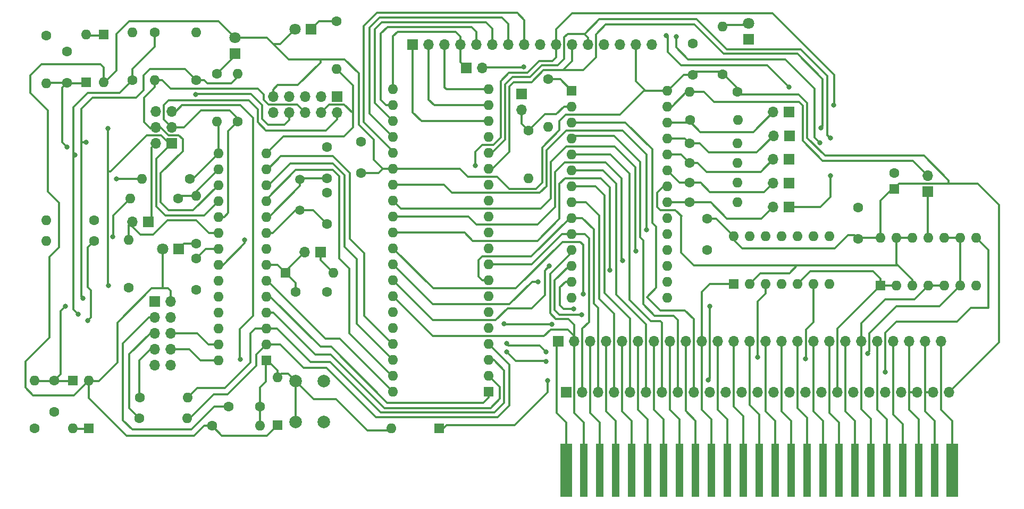
<source format=gbr>
G04 #@! TF.GenerationSoftware,KiCad,Pcbnew,(6.0.2)*
G04 #@! TF.CreationDate,2022-06-16T23:24:29-05:00*
G04 #@! TF.ProjectId,Apple2Card,4170706c-6532-4436-9172-642e6b696361,rev?*
G04 #@! TF.SameCoordinates,Original*
G04 #@! TF.FileFunction,Copper,L2,Bot*
G04 #@! TF.FilePolarity,Positive*
%FSLAX46Y46*%
G04 Gerber Fmt 4.6, Leading zero omitted, Abs format (unit mm)*
G04 Created by KiCad (PCBNEW (6.0.2)) date 2022-06-16 23:24:29*
%MOMM*%
%LPD*%
G01*
G04 APERTURE LIST*
G04 #@! TA.AperFunction,ComponentPad*
%ADD10C,1.600000*%
G04 #@! TD*
G04 #@! TA.AperFunction,ComponentPad*
%ADD11O,1.600000X1.600000*%
G04 #@! TD*
G04 #@! TA.AperFunction,ComponentPad*
%ADD12R,1.700000X1.700000*%
G04 #@! TD*
G04 #@! TA.AperFunction,ComponentPad*
%ADD13O,1.700000X1.700000*%
G04 #@! TD*
G04 #@! TA.AperFunction,ComponentPad*
%ADD14R,1.600000X1.600000*%
G04 #@! TD*
G04 #@! TA.AperFunction,ComponentPad*
%ADD15R,1.800000X1.800000*%
G04 #@! TD*
G04 #@! TA.AperFunction,ComponentPad*
%ADD16C,1.800000*%
G04 #@! TD*
G04 #@! TA.AperFunction,SMDPad,CuDef*
%ADD17R,1.910000X8.530000*%
G04 #@! TD*
G04 #@! TA.AperFunction,SMDPad,CuDef*
%ADD18R,1.270000X8.530000*%
G04 #@! TD*
G04 #@! TA.AperFunction,ComponentPad*
%ADD19C,1.500000*%
G04 #@! TD*
G04 #@! TA.AperFunction,ComponentPad*
%ADD20C,2.000000*%
G04 #@! TD*
G04 #@! TA.AperFunction,ViaPad*
%ADD21C,0.800000*%
G04 #@! TD*
G04 #@! TA.AperFunction,Conductor*
%ADD22C,0.350000*%
G04 #@! TD*
G04 APERTURE END LIST*
D10*
X82310000Y-59830000D03*
X82310000Y-54830000D03*
X114410000Y-44910000D03*
D11*
X114410000Y-52530000D03*
D12*
X178010000Y-54640000D03*
D13*
X178010000Y-52100000D03*
D10*
X64770000Y-35814000D03*
D11*
X64770000Y-43434000D03*
D10*
X61468000Y-36830000D03*
D11*
X61468000Y-29210000D03*
D14*
X100190000Y-92370000D03*
D11*
X92570000Y-92370000D03*
D10*
X52430000Y-90790000D03*
D11*
X60050000Y-90790000D03*
D10*
X52480000Y-87520000D03*
D11*
X60100000Y-87520000D03*
D15*
X67650000Y-32585000D03*
D16*
X67650000Y-30045000D03*
D14*
X41790000Y-84750000D03*
D11*
X41790000Y-92370000D03*
D10*
X140520000Y-35990000D03*
X140520000Y-30990000D03*
D15*
X79761000Y-28702000D03*
D16*
X77221000Y-28702000D03*
D14*
X75692000Y-67564000D03*
D11*
X83312000Y-67564000D03*
D10*
X142810000Y-58930000D03*
X142810000Y-63930000D03*
D12*
X53848000Y-59436000D03*
D13*
X51308000Y-59436000D03*
D10*
X77340000Y-70610000D03*
X82340000Y-70610000D03*
D12*
X104445000Y-34860000D03*
D13*
X106985000Y-34860000D03*
D10*
X40894000Y-37300000D03*
X40894000Y-32300000D03*
X140100000Y-43220000D03*
D11*
X147720000Y-43220000D03*
D12*
X155920000Y-45720000D03*
D13*
X153380000Y-45720000D03*
D15*
X58674000Y-63754000D03*
D16*
X56134000Y-63754000D03*
D10*
X140050000Y-56310000D03*
D11*
X147670000Y-56310000D03*
D17*
X181864000Y-99060000D03*
D18*
X179070000Y-99060000D03*
X176530000Y-99060000D03*
X173990000Y-99060000D03*
X171450000Y-99060000D03*
X168910000Y-99060000D03*
X166370000Y-99060000D03*
X163830000Y-99060000D03*
X161290000Y-99060000D03*
X158750000Y-99060000D03*
X156210000Y-99060000D03*
X153670000Y-99060000D03*
X151130000Y-99060000D03*
X148590000Y-99060000D03*
X146050000Y-99060000D03*
X143510000Y-99060000D03*
X140970000Y-99060000D03*
X138430000Y-99060000D03*
X135890000Y-99060000D03*
X133350000Y-99060000D03*
X130810000Y-99060000D03*
X128270000Y-99060000D03*
X125730000Y-99060000D03*
X123190000Y-99060000D03*
D17*
X120396000Y-99060000D03*
D10*
X45212000Y-62484000D03*
D11*
X37592000Y-62484000D03*
D12*
X155885000Y-41970000D03*
D13*
X153345000Y-41970000D03*
D14*
X46736000Y-29560000D03*
D11*
X46736000Y-37180000D03*
D14*
X72640000Y-81530000D03*
D11*
X72640000Y-78990000D03*
X72640000Y-76450000D03*
X72640000Y-73910000D03*
X72640000Y-71370000D03*
X72640000Y-68830000D03*
X72640000Y-66290000D03*
X72640000Y-63750000D03*
X72640000Y-61210000D03*
X72640000Y-58670000D03*
X72640000Y-56130000D03*
X72640000Y-53590000D03*
X72640000Y-51050000D03*
X72640000Y-48510000D03*
X65020000Y-48510000D03*
X65020000Y-51050000D03*
X65020000Y-53590000D03*
X65020000Y-56130000D03*
X65020000Y-58670000D03*
X65020000Y-61210000D03*
X65020000Y-63750000D03*
X65020000Y-66290000D03*
X65020000Y-68830000D03*
X65020000Y-71370000D03*
X65020000Y-73910000D03*
X65020000Y-76450000D03*
X65020000Y-78990000D03*
X65020000Y-81530000D03*
D19*
X77960000Y-52720000D03*
X77960000Y-57600000D03*
D12*
X54864000Y-72136000D03*
D13*
X57404000Y-72136000D03*
X54864000Y-74676000D03*
X57404000Y-74676000D03*
X54864000Y-77216000D03*
X57404000Y-77216000D03*
X54864000Y-79756000D03*
X57404000Y-79756000D03*
X54864000Y-82296000D03*
X57404000Y-82296000D03*
D10*
X61480000Y-62900000D03*
D11*
X61480000Y-55280000D03*
D12*
X120396000Y-86614000D03*
D13*
X122936000Y-86614000D03*
X125476000Y-86614000D03*
X128016000Y-86614000D03*
X130556000Y-86614000D03*
X133096000Y-86614000D03*
X135636000Y-86614000D03*
X138176000Y-86614000D03*
X140716000Y-86614000D03*
X143256000Y-86614000D03*
X145796000Y-86614000D03*
X148336000Y-86614000D03*
X150876000Y-86614000D03*
X153416000Y-86614000D03*
X155956000Y-86614000D03*
X158496000Y-86614000D03*
X161036000Y-86614000D03*
X163576000Y-86614000D03*
X166116000Y-86614000D03*
X168656000Y-86614000D03*
X171196000Y-86614000D03*
X173736000Y-86614000D03*
X176276000Y-86614000D03*
X178816000Y-86614000D03*
X181356000Y-86614000D03*
D10*
X83820000Y-27432000D03*
D11*
X83820000Y-35052000D03*
D12*
X119130000Y-78510000D03*
D13*
X121670000Y-78510000D03*
X124210000Y-78510000D03*
X126750000Y-78510000D03*
X129290000Y-78510000D03*
X131830000Y-78510000D03*
X134370000Y-78510000D03*
X136910000Y-78510000D03*
X139450000Y-78510000D03*
X141990000Y-78510000D03*
X144530000Y-78510000D03*
X147070000Y-78510000D03*
X149610000Y-78510000D03*
X152150000Y-78510000D03*
X154690000Y-78510000D03*
X157230000Y-78510000D03*
X159770000Y-78510000D03*
X162310000Y-78510000D03*
X164850000Y-78510000D03*
X167390000Y-78510000D03*
X169930000Y-78510000D03*
X172470000Y-78510000D03*
X175010000Y-78510000D03*
X177550000Y-78510000D03*
X180090000Y-78510000D03*
D10*
X51308000Y-36830000D03*
D11*
X51308000Y-29210000D03*
D12*
X155900000Y-53240000D03*
D13*
X153360000Y-53240000D03*
D10*
X140060000Y-50050000D03*
D11*
X147680000Y-50050000D03*
D10*
X117480000Y-36720000D03*
D11*
X117480000Y-44340000D03*
D14*
X147066000Y-69342000D03*
D11*
X149606000Y-69342000D03*
X152146000Y-69342000D03*
X154686000Y-69342000D03*
X157226000Y-69342000D03*
X159766000Y-69342000D03*
X162306000Y-69342000D03*
X162306000Y-61722000D03*
X159766000Y-61722000D03*
X157226000Y-61722000D03*
X154686000Y-61722000D03*
X152146000Y-61722000D03*
X149606000Y-61722000D03*
X147066000Y-61722000D03*
D10*
X64000000Y-92000000D03*
D11*
X71620000Y-92000000D03*
D14*
X108080000Y-86580000D03*
D11*
X108080000Y-84040000D03*
X108080000Y-81500000D03*
X108080000Y-78960000D03*
X108080000Y-76420000D03*
X108080000Y-73880000D03*
X108080000Y-71340000D03*
X108080000Y-68800000D03*
X108080000Y-66260000D03*
X108080000Y-63720000D03*
X108080000Y-61180000D03*
X108080000Y-58640000D03*
X108080000Y-56100000D03*
X108080000Y-53560000D03*
X108080000Y-51020000D03*
X108080000Y-48480000D03*
X108080000Y-45940000D03*
X108080000Y-43400000D03*
X108080000Y-40860000D03*
X108080000Y-38320000D03*
X92840000Y-38320000D03*
X92840000Y-40860000D03*
X92840000Y-43400000D03*
X92840000Y-45940000D03*
X92840000Y-48480000D03*
X92840000Y-51020000D03*
X92840000Y-53560000D03*
X92840000Y-56100000D03*
X92840000Y-58640000D03*
X92840000Y-61180000D03*
X92840000Y-63720000D03*
X92840000Y-66260000D03*
X92840000Y-68800000D03*
X92840000Y-71340000D03*
X92840000Y-73880000D03*
X92840000Y-76420000D03*
X92840000Y-78960000D03*
X92840000Y-81500000D03*
X92840000Y-84040000D03*
X92840000Y-86580000D03*
D10*
X37592000Y-29718000D03*
D11*
X37592000Y-37338000D03*
D10*
X38880000Y-84740000D03*
X38880000Y-89740000D03*
D14*
X74460000Y-91880000D03*
D11*
X74460000Y-84260000D03*
D14*
X170429000Y-69586000D03*
D11*
X172969000Y-69586000D03*
X175509000Y-69586000D03*
X178049000Y-69586000D03*
X180589000Y-69586000D03*
X183129000Y-69586000D03*
X185669000Y-69586000D03*
X185669000Y-61966000D03*
X183129000Y-61966000D03*
X180589000Y-61966000D03*
X178049000Y-61966000D03*
X175509000Y-61966000D03*
X172969000Y-61966000D03*
X170429000Y-61966000D03*
D10*
X140060000Y-46890000D03*
D11*
X147680000Y-46890000D03*
D12*
X81280000Y-64262000D03*
D13*
X78740000Y-64262000D03*
D10*
X140060000Y-53210000D03*
D11*
X147680000Y-53210000D03*
D12*
X155910000Y-49490000D03*
D13*
X153370000Y-49490000D03*
D10*
X50750000Y-69920000D03*
D11*
X50750000Y-62300000D03*
D10*
X66600000Y-88900000D03*
X71600000Y-88900000D03*
X82340000Y-52550000D03*
X82340000Y-47550000D03*
X145260000Y-35960000D03*
D11*
X145260000Y-28340000D03*
D20*
X77320000Y-84880000D03*
X77320000Y-91380000D03*
X81820000Y-91380000D03*
X81820000Y-84880000D03*
D10*
X68072000Y-43434000D03*
D11*
X68072000Y-35814000D03*
D10*
X147630000Y-38740000D03*
D11*
X140010000Y-38740000D03*
D14*
X121235000Y-38515000D03*
D11*
X121235000Y-41055000D03*
X121235000Y-43595000D03*
X121235000Y-46135000D03*
X121235000Y-48675000D03*
X121235000Y-51215000D03*
X121235000Y-53755000D03*
X121235000Y-56295000D03*
X121235000Y-58835000D03*
X121235000Y-61375000D03*
X121235000Y-63915000D03*
X121235000Y-66455000D03*
X121235000Y-68995000D03*
X121235000Y-71535000D03*
X136475000Y-71535000D03*
X136475000Y-68995000D03*
X136475000Y-66455000D03*
X136475000Y-63915000D03*
X136475000Y-61375000D03*
X136475000Y-58835000D03*
X136475000Y-56295000D03*
X136475000Y-53755000D03*
X136475000Y-51215000D03*
X136475000Y-48675000D03*
X136475000Y-46135000D03*
X136475000Y-43595000D03*
X136475000Y-41055000D03*
X136475000Y-38515000D03*
D14*
X44380000Y-92370000D03*
D11*
X44380000Y-84750000D03*
D10*
X58630000Y-55720000D03*
D11*
X51010000Y-55720000D03*
D15*
X149410000Y-30290000D03*
D16*
X149410000Y-27750000D03*
D10*
X45212000Y-59182000D03*
D11*
X37592000Y-59182000D03*
D10*
X54864000Y-29210000D03*
D11*
X54864000Y-36830000D03*
D12*
X113330000Y-39070000D03*
D13*
X113330000Y-41610000D03*
D12*
X155865000Y-57070000D03*
D13*
X153325000Y-57070000D03*
D12*
X95970000Y-31210000D03*
D13*
X98510000Y-31210000D03*
X101050000Y-31210000D03*
X103590000Y-31210000D03*
X106130000Y-31210000D03*
X108670000Y-31210000D03*
X111210000Y-31210000D03*
X113750000Y-31210000D03*
X116290000Y-31210000D03*
X118830000Y-31210000D03*
X121370000Y-31210000D03*
X123910000Y-31210000D03*
X126450000Y-31210000D03*
X128990000Y-31210000D03*
X131530000Y-31210000D03*
X134070000Y-31210000D03*
D12*
X57605000Y-46895000D03*
D13*
X55065000Y-46895000D03*
X57605000Y-44355000D03*
X55065000Y-44355000D03*
X57605000Y-41815000D03*
X55065000Y-41815000D03*
D10*
X166920000Y-62150000D03*
X166920000Y-57150000D03*
X35750000Y-92380000D03*
D11*
X35750000Y-84760000D03*
D12*
X83900000Y-39480000D03*
D13*
X83900000Y-42020000D03*
X81360000Y-39480000D03*
X81360000Y-42020000D03*
X78820000Y-39480000D03*
X78820000Y-42020000D03*
X76280000Y-39480000D03*
X76280000Y-42020000D03*
X73740000Y-39480000D03*
X73740000Y-42020000D03*
D10*
X87730000Y-51700000D03*
X87730000Y-46700000D03*
D14*
X172620000Y-54190000D03*
D10*
X172620000Y-51690000D03*
X60420000Y-52570000D03*
D11*
X52800000Y-52570000D03*
D10*
X61468000Y-65278000D03*
X61468000Y-70278000D03*
D14*
X43942000Y-37200000D03*
D11*
X43942000Y-29580000D03*
D21*
X143256000Y-72898000D03*
X143000000Y-84680000D03*
X69210000Y-62360000D03*
X133200000Y-60710000D03*
X131500000Y-64080000D03*
X129410000Y-65670000D03*
X127380000Y-67130000D03*
X123140000Y-71000000D03*
X121570000Y-73350000D03*
X115890000Y-69020000D03*
X117730000Y-66460000D03*
X122820000Y-74280000D03*
X68480000Y-81390000D03*
X40640000Y-72898000D03*
X40894000Y-47498000D03*
X171200000Y-83390000D03*
X117450000Y-84810000D03*
X47498000Y-69596000D03*
X61380000Y-39140000D03*
X47440000Y-44580000D03*
X162990000Y-40790000D03*
X105920000Y-50500000D03*
X160970000Y-44480000D03*
X160800000Y-46820000D03*
X137900000Y-29900000D03*
X136320000Y-29700000D03*
X155870000Y-37970000D03*
X48768000Y-52578000D03*
X43434000Y-71628000D03*
X43942000Y-46736000D03*
X48214500Y-61825000D03*
X44196000Y-75184000D03*
X162450000Y-46080000D03*
X162520000Y-52080000D03*
X118140000Y-75770000D03*
X168380000Y-80420000D03*
X110470000Y-75710000D03*
X117210000Y-80220000D03*
X150910000Y-81070000D03*
X110890000Y-78840000D03*
X117180000Y-81710000D03*
X110960000Y-80210000D03*
X158500000Y-81260000D03*
X113660000Y-34700000D03*
X42164000Y-48768000D03*
X42672000Y-74168000D03*
D22*
X62226000Y-41660000D02*
X59531000Y-44355000D01*
X66806000Y-41660000D02*
X62226000Y-41660000D01*
X59531000Y-44355000D02*
X57605000Y-44355000D01*
X68072000Y-42926000D02*
X66806000Y-41660000D01*
X68072000Y-43434000D02*
X68072000Y-42926000D01*
X58245000Y-41815000D02*
X57605000Y-41815000D01*
X70500000Y-42870000D02*
X68500000Y-40870000D01*
X70500000Y-74450000D02*
X70500000Y-42870000D01*
X59190000Y-40870000D02*
X58245000Y-41815000D01*
X68410000Y-76540000D02*
X70500000Y-74450000D01*
X68410000Y-81320000D02*
X68410000Y-76540000D01*
X68500000Y-40870000D02*
X59190000Y-40870000D01*
X68480000Y-81390000D02*
X68410000Y-81320000D01*
X83900000Y-43120000D02*
X83900000Y-42020000D01*
X82150000Y-44870000D02*
X83900000Y-43120000D01*
X71270000Y-43540000D02*
X72600000Y-44870000D01*
X69840000Y-40050000D02*
X71270000Y-41480000D01*
X57080000Y-40050000D02*
X69840000Y-40050000D01*
X56330000Y-40800000D02*
X57080000Y-40050000D01*
X72600000Y-44870000D02*
X82150000Y-44870000D01*
X56330000Y-43080000D02*
X56330000Y-40800000D01*
X71270000Y-41480000D02*
X71270000Y-43540000D01*
X57605000Y-44355000D02*
X56330000Y-43080000D01*
X75550000Y-43950000D02*
X76280000Y-43220000D01*
X72880000Y-43950000D02*
X75550000Y-43950000D01*
X72000000Y-40810000D02*
X72000000Y-43070000D01*
X72000000Y-43070000D02*
X72880000Y-43950000D01*
X70210000Y-39020000D02*
X72000000Y-40810000D01*
X76280000Y-43220000D02*
X76280000Y-42020000D01*
X61380000Y-39140000D02*
X61500000Y-39020000D01*
X61500000Y-39020000D02*
X70210000Y-39020000D01*
X77550000Y-40750000D02*
X78820000Y-42020000D01*
X72210000Y-39110000D02*
X72210000Y-39970000D01*
X72990000Y-40750000D02*
X77550000Y-40750000D01*
X71300000Y-38200000D02*
X72210000Y-39110000D01*
X56040000Y-36830000D02*
X57410000Y-38200000D01*
X57410000Y-38200000D02*
X71300000Y-38200000D01*
X72210000Y-39970000D02*
X72990000Y-40750000D01*
X54864000Y-36830000D02*
X56040000Y-36830000D01*
X63258000Y-37350000D02*
X67044000Y-37350000D01*
X67044000Y-37350000D02*
X68072000Y-36322000D01*
X61468000Y-36830000D02*
X62738000Y-36830000D01*
X62738000Y-36830000D02*
X63258000Y-37350000D01*
X68072000Y-36322000D02*
X68072000Y-35814000D01*
X67650000Y-32934000D02*
X67650000Y-32585000D01*
X64770000Y-35814000D02*
X67650000Y-32934000D01*
X66548000Y-44958000D02*
X68072000Y-43434000D01*
X65920000Y-58670000D02*
X66548000Y-58042000D01*
X66548000Y-58042000D02*
X66548000Y-44958000D01*
X65020000Y-58670000D02*
X65920000Y-58670000D01*
X65020000Y-43684000D02*
X64770000Y-43434000D01*
X65020000Y-48510000D02*
X65020000Y-43684000D01*
X143256000Y-72898000D02*
X143270000Y-72912000D01*
X143270000Y-84410000D02*
X143000000Y-84680000D01*
X143270000Y-72912000D02*
X143270000Y-84410000D01*
X123325000Y-61375000D02*
X121235000Y-61375000D01*
X124030000Y-75420000D02*
X124030000Y-62080000D01*
X122936000Y-86614000D02*
X122936000Y-76514000D01*
X122936000Y-76514000D02*
X124030000Y-75420000D01*
X108080000Y-66260000D02*
X114900000Y-66260000D01*
X124030000Y-62080000D02*
X123325000Y-61375000D01*
X119760000Y-61400000D02*
X121210000Y-61400000D01*
X121210000Y-61400000D02*
X121235000Y-61375000D01*
X114900000Y-66260000D02*
X119760000Y-61400000D01*
X124780000Y-72510000D02*
X124780000Y-60680000D01*
X122935000Y-58835000D02*
X121235000Y-58835000D01*
X106420000Y-65590000D02*
X107020000Y-64990000D01*
X114820000Y-64990000D02*
X120975000Y-58835000D01*
X107020000Y-68770000D02*
X106420000Y-68170000D01*
X108080000Y-68800000D02*
X108050000Y-68770000D01*
X124780000Y-60680000D02*
X122935000Y-58835000D01*
X106420000Y-68170000D02*
X106420000Y-65590000D01*
X107020000Y-64990000D02*
X114820000Y-64990000D01*
X125476000Y-86614000D02*
X125476000Y-73206000D01*
X125476000Y-73206000D02*
X124780000Y-72510000D01*
X120975000Y-58835000D02*
X121235000Y-58835000D01*
X108050000Y-68770000D02*
X107020000Y-68770000D01*
X125630000Y-71750000D02*
X125630000Y-58420000D01*
X125630000Y-58420000D02*
X123505000Y-56295000D01*
X128016000Y-74136000D02*
X125630000Y-71750000D01*
X128016000Y-86614000D02*
X128016000Y-74136000D01*
X123505000Y-56295000D02*
X121235000Y-56295000D01*
X130556000Y-86614000D02*
X130556000Y-74896000D01*
X126480000Y-70820000D02*
X126480000Y-55210000D01*
X130556000Y-74896000D02*
X126480000Y-70820000D01*
X125025000Y-53755000D02*
X121235000Y-53755000D01*
X126480000Y-55210000D02*
X125025000Y-53755000D01*
X133096000Y-86614000D02*
X133096000Y-75806000D01*
X128370000Y-53340000D02*
X126245000Y-51215000D01*
X128370000Y-71080000D02*
X128370000Y-53340000D01*
X126245000Y-51215000D02*
X121235000Y-51215000D01*
X133096000Y-75806000D02*
X128370000Y-71080000D01*
X135636000Y-86614000D02*
X135636000Y-75536000D01*
X130500000Y-51730000D02*
X127445000Y-48675000D01*
X127445000Y-48675000D02*
X121235000Y-48675000D01*
X133860000Y-75250000D02*
X130500000Y-71890000D01*
X135636000Y-75536000D02*
X135350000Y-75250000D01*
X135350000Y-75250000D02*
X133860000Y-75250000D01*
X130500000Y-71890000D02*
X130500000Y-51730000D01*
X132190000Y-49870000D02*
X128020000Y-45700000D01*
X121660000Y-45710000D02*
X121235000Y-46135000D01*
X134490000Y-74430000D02*
X132680000Y-72620000D01*
X138176000Y-86614000D02*
X138176000Y-75096000D01*
X128020000Y-45700000D02*
X122040000Y-45700000D01*
X122030000Y-45710000D02*
X121660000Y-45710000D01*
X132190000Y-61925325D02*
X132190000Y-49870000D01*
X138176000Y-75096000D02*
X137510000Y-74430000D01*
X137510000Y-74430000D02*
X134490000Y-74430000D01*
X132680000Y-72620000D02*
X132680000Y-62415325D01*
X132680000Y-62415325D02*
X132190000Y-61925325D01*
X122040000Y-45700000D02*
X122030000Y-45710000D01*
X134710000Y-69959040D02*
X134710000Y-60250000D01*
X129825000Y-43595000D02*
X121235000Y-43595000D01*
X134120000Y-59660000D02*
X134120000Y-47890000D01*
X140716000Y-74986000D02*
X139310000Y-73580000D01*
X134710000Y-60250000D02*
X134120000Y-59660000D01*
X139310000Y-73580000D02*
X135370000Y-73580000D01*
X133229520Y-71439520D02*
X134710000Y-69959040D01*
X140716000Y-86614000D02*
X140716000Y-74986000D01*
X134120000Y-47890000D02*
X129825000Y-43595000D01*
X135370000Y-73580000D02*
X133229520Y-71439520D01*
X163576000Y-76439000D02*
X170429000Y-69586000D01*
X157226000Y-69342000D02*
X159248000Y-67320000D01*
X163576000Y-86614000D02*
X163576000Y-76439000D01*
X170429000Y-69586000D02*
X170429000Y-68529000D01*
X172969000Y-69586000D02*
X170429000Y-69586000D01*
X159248000Y-67320000D02*
X169220000Y-67320000D01*
X170429000Y-68529000D02*
X169220000Y-67320000D01*
X175006000Y-86494000D02*
X175006000Y-89408000D01*
X175006000Y-86494000D02*
X175006000Y-81394000D01*
X175006000Y-81394000D02*
X175010000Y-81390000D01*
X176530000Y-90932000D02*
X176530000Y-99060000D01*
X176276000Y-86614000D02*
X175126000Y-86614000D01*
X175006000Y-89408000D02*
X176530000Y-90932000D01*
X175126000Y-86614000D02*
X175006000Y-86494000D01*
X175010000Y-81390000D02*
X175010000Y-78510000D01*
X177594000Y-86614000D02*
X178816000Y-86614000D01*
X177540000Y-86560000D02*
X177540000Y-78520000D01*
X177540000Y-89656000D02*
X179070000Y-91186000D01*
X179070000Y-91186000D02*
X179070000Y-99060000D01*
X177540000Y-86560000D02*
X177594000Y-86614000D01*
X177540000Y-78520000D02*
X177550000Y-78510000D01*
X177540000Y-86560000D02*
X177540000Y-89656000D01*
X104740000Y-52270000D02*
X103490000Y-51020000D01*
X119300000Y-43380000D02*
X119300000Y-44850000D01*
X56134000Y-70036000D02*
X56168000Y-70070000D01*
X44470000Y-84840000D02*
X44380000Y-84750000D01*
X90540000Y-51700000D02*
X91220000Y-51020000D01*
X37846000Y-41656000D02*
X37846000Y-54610000D01*
X139070000Y-35990000D02*
X136545000Y-38515000D01*
X65575000Y-93575000D02*
X72725000Y-93575000D01*
X35522000Y-87122000D02*
X42008000Y-87122000D01*
X81280000Y-64262000D02*
X81280000Y-65532000D01*
X119300000Y-44850000D02*
X116560000Y-47590000D01*
X158770000Y-46060000D02*
X158770000Y-40500000D01*
X87350000Y-43920000D02*
X87350000Y-35788000D01*
X133025000Y-38515000D02*
X132755000Y-38515000D01*
X148430000Y-63660000D02*
X163180000Y-63660000D01*
X50800000Y-27432000D02*
X48768000Y-29464000D01*
X65037000Y-27432000D02*
X50800000Y-27432000D01*
X61170000Y-93560000D02*
X50340000Y-93560000D01*
X142810000Y-58930000D02*
X144274000Y-58930000D01*
X56168000Y-70070000D02*
X54390000Y-70070000D01*
X72725000Y-93575000D02*
X74420000Y-91880000D01*
X64000000Y-92000000D02*
X65575000Y-93575000D01*
X167104000Y-61966000D02*
X166920000Y-62150000D01*
X38100000Y-77920000D02*
X34290000Y-81730000D01*
X64000000Y-92000000D02*
X62730000Y-92000000D01*
X181316000Y-53380000D02*
X181316000Y-52846000D01*
X132755000Y-38515000D02*
X128910000Y-42360000D01*
X37846000Y-54610000D02*
X39624000Y-56388000D01*
X170429000Y-56061000D02*
X172300000Y-54190000D01*
X166300000Y-61530000D02*
X166920000Y-62150000D01*
X116560000Y-53200000D02*
X115560000Y-54200000D01*
X136545000Y-38515000D02*
X136475000Y-38515000D01*
X38100000Y-65024000D02*
X38100000Y-77920000D01*
X72717000Y-30045000D02*
X73787000Y-31115000D01*
X144830000Y-35530000D02*
X140980000Y-35530000D01*
X172300000Y-54190000D02*
X172620000Y-54190000D01*
X140980000Y-35530000D02*
X140520000Y-35990000D01*
X170429000Y-61966000D02*
X170429000Y-56061000D01*
X91220000Y-51020000D02*
X92840000Y-51020000D01*
X148020000Y-39130000D02*
X147630000Y-38740000D01*
X48910000Y-75550000D02*
X48910000Y-81900000D01*
X163180000Y-63660000D02*
X165310000Y-61530000D01*
X39624000Y-63500000D02*
X38100000Y-65024000D01*
X39624000Y-56388000D02*
X39624000Y-63500000D01*
X44380000Y-87600000D02*
X44380000Y-84750000D01*
X89720000Y-46290000D02*
X89720000Y-49520000D01*
X189290000Y-78680000D02*
X189290000Y-56750000D01*
X48910000Y-81900000D02*
X45970000Y-84840000D01*
X50340000Y-93560000D02*
X44380000Y-87600000D01*
X131530000Y-31210000D02*
X131530000Y-37020000D01*
X89720000Y-49520000D02*
X91220000Y-51020000D01*
X144274000Y-58930000D02*
X147066000Y-61722000D01*
X181316000Y-52846000D02*
X177360000Y-48890000D01*
X181356000Y-86614000D02*
X189290000Y-78680000D01*
X87350000Y-35788000D02*
X85090000Y-33528000D01*
X145500000Y-35960000D02*
X147630000Y-38090000D01*
X85090000Y-33528000D02*
X81280000Y-33528000D01*
X48768000Y-29464000D02*
X48768000Y-35306000D01*
X115560000Y-54200000D02*
X111340000Y-54200000D01*
X62730000Y-92000000D02*
X61170000Y-93560000D01*
X46736000Y-34798000D02*
X46228000Y-34290000D01*
X73740000Y-38340000D02*
X73740000Y-39480000D01*
X45970000Y-84840000D02*
X44470000Y-84840000D01*
X145260000Y-35960000D02*
X145500000Y-35960000D01*
X173430000Y-53380000D02*
X172620000Y-54190000D01*
X147066000Y-61722000D02*
X147066000Y-62296000D01*
X35052000Y-36068000D02*
X35052000Y-38862000D01*
X67650000Y-30045000D02*
X65037000Y-27432000D01*
X34290000Y-85890000D02*
X35522000Y-87122000D01*
X157400000Y-39130000D02*
X148020000Y-39130000D01*
X34290000Y-81730000D02*
X34290000Y-85890000D01*
X46736000Y-37180000D02*
X46736000Y-34798000D01*
X147630000Y-38090000D02*
X147630000Y-38740000D01*
X116560000Y-47590000D02*
X116560000Y-53200000D01*
X46228000Y-34290000D02*
X36830000Y-34290000D01*
X56134000Y-63754000D02*
X56134000Y-70036000D01*
X77221000Y-28702000D02*
X74808000Y-31115000D01*
X87350000Y-43920000D02*
X89720000Y-46290000D01*
X73787000Y-31115000D02*
X76200000Y-33528000D01*
X81280000Y-33528000D02*
X81280000Y-34036000D01*
X46894000Y-37180000D02*
X46736000Y-37180000D01*
X165310000Y-61530000D02*
X166300000Y-61530000D01*
X103490000Y-51020000D02*
X92840000Y-51020000D01*
X74420000Y-91880000D02*
X74460000Y-91880000D01*
X67650000Y-30045000D02*
X72717000Y-30045000D01*
X158770000Y-40500000D02*
X157400000Y-39130000D01*
X177360000Y-48890000D02*
X161600000Y-48890000D01*
X109410000Y-52270000D02*
X104740000Y-52270000D01*
X35052000Y-38862000D02*
X37846000Y-41656000D01*
X81280000Y-34036000D02*
X77686000Y-37630000D01*
X147066000Y-62296000D02*
X148430000Y-63660000D01*
X56970000Y-70070000D02*
X56168000Y-70070000D01*
X136475000Y-38515000D02*
X133025000Y-38515000D01*
X128910000Y-42360000D02*
X120320000Y-42360000D01*
X42008000Y-87122000D02*
X44380000Y-84750000D01*
X181316000Y-53380000D02*
X173430000Y-53380000D01*
X74808000Y-31115000D02*
X73787000Y-31115000D01*
X170429000Y-61966000D02*
X167104000Y-61966000D01*
X74450000Y-37630000D02*
X73740000Y-38340000D01*
X57404000Y-70504000D02*
X56970000Y-70070000D01*
X185920000Y-53380000D02*
X181316000Y-53380000D01*
X81280000Y-65532000D02*
X83312000Y-67564000D01*
X140520000Y-35990000D02*
X139070000Y-35990000D01*
X131530000Y-37020000D02*
X133025000Y-38515000D01*
X120320000Y-42360000D02*
X119300000Y-43380000D01*
X36830000Y-34290000D02*
X35052000Y-36068000D01*
X189290000Y-56750000D02*
X185920000Y-53380000D01*
X87730000Y-51700000D02*
X90540000Y-51700000D01*
X76200000Y-33528000D02*
X81280000Y-33528000D01*
X48768000Y-35306000D02*
X46894000Y-37180000D01*
X161600000Y-48890000D02*
X158770000Y-46060000D01*
X145260000Y-35960000D02*
X144830000Y-35530000D01*
X111340000Y-54200000D02*
X109410000Y-52270000D01*
X57404000Y-72136000D02*
X57404000Y-70504000D01*
X77686000Y-37630000D02*
X74450000Y-37630000D01*
X54390000Y-70070000D02*
X48910000Y-75550000D01*
X65790000Y-66290000D02*
X69210000Y-62870000D01*
X180090000Y-89412000D02*
X180090000Y-78510000D01*
X181864000Y-99060000D02*
X181864000Y-91186000D01*
X181864000Y-91186000D02*
X180090000Y-89412000D01*
X69210000Y-62870000D02*
X69210000Y-62360000D01*
X65020000Y-66290000D02*
X65790000Y-66290000D01*
X172470000Y-81095000D02*
X172470000Y-78510000D01*
X173990000Y-99060000D02*
X173990000Y-91694000D01*
X172480000Y-90184000D02*
X172480000Y-81105000D01*
X172480000Y-81105000D02*
X172470000Y-81095000D01*
X173990000Y-91694000D02*
X172480000Y-90184000D01*
X171450000Y-90932000D02*
X169940000Y-89422000D01*
X169940000Y-89422000D02*
X169940000Y-78520000D01*
X171450000Y-99060000D02*
X171450000Y-90932000D01*
X169940000Y-78520000D02*
X169930000Y-78510000D01*
X175815000Y-71820000D02*
X178049000Y-69586000D01*
X167390000Y-89360000D02*
X168910000Y-90880000D01*
X178049000Y-69586000D02*
X180589000Y-69586000D01*
X167390000Y-75650000D02*
X171220000Y-71820000D01*
X167390000Y-78510000D02*
X167390000Y-75650000D01*
X171220000Y-71820000D02*
X175815000Y-71820000D01*
X168910000Y-90880000D02*
X168910000Y-99060000D01*
X167390000Y-78510000D02*
X167390000Y-89360000D01*
X164850000Y-89666000D02*
X164850000Y-78510000D01*
X166370000Y-99060000D02*
X166370000Y-91186000D01*
X166370000Y-91186000D02*
X164850000Y-89666000D01*
X163830000Y-91440000D02*
X162310000Y-89920000D01*
X163830000Y-99060000D02*
X163830000Y-91440000D01*
X162310000Y-89920000D02*
X162310000Y-78510000D01*
X159760000Y-80710000D02*
X159770000Y-80700000D01*
X161290000Y-91186000D02*
X159760000Y-89656000D01*
X161290000Y-99060000D02*
X161290000Y-91186000D01*
X159770000Y-80700000D02*
X159770000Y-78510000D01*
X159760000Y-89656000D02*
X159760000Y-80710000D01*
X157230000Y-80990000D02*
X157230000Y-78510000D01*
X157210000Y-81010000D02*
X157230000Y-80990000D01*
X158750000Y-90678000D02*
X157210000Y-89138000D01*
X157210000Y-89138000D02*
X157210000Y-81010000D01*
X158750000Y-99060000D02*
X158750000Y-90678000D01*
X156210000Y-99060000D02*
X156210000Y-91186000D01*
X154700000Y-89676000D02*
X154700000Y-78520000D01*
X156210000Y-91186000D02*
X154700000Y-89676000D01*
X154700000Y-78520000D02*
X154690000Y-78510000D01*
X153670000Y-91186000D02*
X152160000Y-89676000D01*
X153670000Y-99060000D02*
X153670000Y-91186000D01*
X152160000Y-89676000D02*
X152160000Y-78520000D01*
X152160000Y-78520000D02*
X152150000Y-78510000D01*
X151130000Y-90170000D02*
X149610000Y-88650000D01*
X151130000Y-99060000D02*
X151130000Y-90170000D01*
X149610000Y-88650000D02*
X149610000Y-78510000D01*
X147070000Y-80910000D02*
X147070000Y-78510000D01*
X148590000Y-90424000D02*
X147080000Y-88914000D01*
X147080000Y-88914000D02*
X147080000Y-80920000D01*
X147080000Y-80920000D02*
X147070000Y-80910000D01*
X148590000Y-99060000D02*
X148590000Y-90424000D01*
X144520000Y-78520000D02*
X144530000Y-78510000D01*
X144520000Y-89402000D02*
X144520000Y-78520000D01*
X146050000Y-99060000D02*
X146050000Y-90932000D01*
X146050000Y-90932000D02*
X144520000Y-89402000D01*
X141980000Y-89402000D02*
X141980000Y-81030000D01*
X141990000Y-70608000D02*
X143256000Y-69342000D01*
X141980000Y-81030000D02*
X141990000Y-81020000D01*
X141990000Y-78510000D02*
X141990000Y-70608000D01*
X143510000Y-99060000D02*
X143510000Y-90932000D01*
X143510000Y-90932000D02*
X141980000Y-89402000D01*
X143256000Y-69342000D02*
X147066000Y-69342000D01*
X141990000Y-81020000D02*
X141990000Y-78510000D01*
X116170000Y-54830000D02*
X102190000Y-54830000D01*
X133200000Y-48710000D02*
X129360000Y-44870000D01*
X133200000Y-60710000D02*
X133200000Y-48710000D01*
X100920000Y-53560000D02*
X92840000Y-53560000D01*
X140970000Y-91186000D02*
X139420000Y-89636000D01*
X139420000Y-89636000D02*
X139420000Y-78540000D01*
X102190000Y-54830000D02*
X100920000Y-53560000D01*
X139420000Y-78540000D02*
X139450000Y-78510000D01*
X129360000Y-44870000D02*
X120420000Y-44870000D01*
X120420000Y-44870000D02*
X117250000Y-48040000D01*
X117250000Y-53750000D02*
X116170000Y-54830000D01*
X140970000Y-99060000D02*
X140970000Y-91186000D01*
X117250000Y-48040000D02*
X117250000Y-53750000D01*
X128090000Y-47420000D02*
X120380000Y-47420000D01*
X117940000Y-55730000D02*
X116300000Y-57370000D01*
X120380000Y-47420000D02*
X117940000Y-49860000D01*
X117940000Y-49860000D02*
X117940000Y-55730000D01*
X138430000Y-90932000D02*
X136920000Y-89422000D01*
X131410000Y-50740000D02*
X128090000Y-47420000D01*
X131410000Y-63990000D02*
X131410000Y-50740000D01*
X136910000Y-81260000D02*
X136910000Y-78510000D01*
X131500000Y-64080000D02*
X131410000Y-63990000D01*
X138430000Y-99060000D02*
X138430000Y-90932000D01*
X94110000Y-57370000D02*
X92840000Y-56100000D01*
X136920000Y-89422000D02*
X136920000Y-81270000D01*
X116300000Y-57370000D02*
X94110000Y-57370000D01*
X136920000Y-81270000D02*
X136910000Y-81260000D01*
X129230000Y-52480000D02*
X126700000Y-49950000D01*
X129230000Y-65490000D02*
X129230000Y-52480000D01*
X104860000Y-58640000D02*
X92840000Y-58640000D01*
X134380000Y-89422000D02*
X134380000Y-81060000D01*
X134370000Y-81050000D02*
X134370000Y-78510000D01*
X135890000Y-99060000D02*
X135890000Y-90932000D01*
X120160000Y-49950000D02*
X118630000Y-51480000D01*
X106110000Y-59890000D02*
X104860000Y-58640000D01*
X134380000Y-81060000D02*
X134370000Y-81050000D01*
X135890000Y-90932000D02*
X134380000Y-89422000D01*
X115850000Y-59890000D02*
X106110000Y-59890000D01*
X129410000Y-65670000D02*
X129230000Y-65490000D01*
X126700000Y-49950000D02*
X120160000Y-49950000D01*
X118630000Y-57110000D02*
X115850000Y-59890000D01*
X118630000Y-51480000D02*
X118630000Y-57110000D01*
X105520000Y-62470000D02*
X104230000Y-61180000D01*
X115850000Y-62470000D02*
X105520000Y-62470000D01*
X133350000Y-99060000D02*
X133350000Y-90932000D01*
X119340000Y-53340000D02*
X119340000Y-58980000D01*
X131830000Y-80510000D02*
X131830000Y-78510000D01*
X120190000Y-52490000D02*
X119340000Y-53340000D01*
X131820000Y-89402000D02*
X131820000Y-80520000D01*
X125910000Y-52490000D02*
X120190000Y-52490000D01*
X127330000Y-53910000D02*
X125910000Y-52490000D01*
X119340000Y-58980000D02*
X115850000Y-62470000D01*
X127380000Y-67130000D02*
X127330000Y-67080000D01*
X127330000Y-67080000D02*
X127330000Y-53910000D01*
X131820000Y-80520000D02*
X131830000Y-80510000D01*
X133350000Y-90932000D02*
X131820000Y-89402000D01*
X104230000Y-61180000D02*
X92840000Y-61180000D01*
X112390000Y-70080000D02*
X99200000Y-70080000D01*
X130810000Y-99060000D02*
X130810000Y-91186000D01*
X129280000Y-81620000D02*
X129290000Y-81610000D01*
X99200000Y-70080000D02*
X92840000Y-63720000D01*
X122640000Y-62660000D02*
X119810000Y-62660000D01*
X123110000Y-70970000D02*
X123110000Y-63130000D01*
X129280000Y-89656000D02*
X129280000Y-81620000D01*
X119810000Y-62660000D02*
X112390000Y-70080000D01*
X123110000Y-63130000D02*
X122640000Y-62660000D01*
X123140000Y-71000000D02*
X123110000Y-70970000D01*
X130810000Y-91186000D02*
X129280000Y-89656000D01*
X129290000Y-81610000D02*
X129290000Y-78510000D01*
X119400000Y-69900000D02*
X120305000Y-68995000D01*
X121570000Y-73350000D02*
X121540000Y-73320000D01*
X121540000Y-73320000D02*
X120000000Y-73320000D01*
X115890000Y-69020000D02*
X114960000Y-69020000D01*
X111380000Y-72600000D02*
X99180000Y-72600000D01*
X128270000Y-99060000D02*
X128270000Y-91186000D01*
X114960000Y-69020000D02*
X111380000Y-72600000D01*
X119400000Y-72720000D02*
X119400000Y-69900000D01*
X126760000Y-89676000D02*
X126760000Y-78520000D01*
X120000000Y-73320000D02*
X119400000Y-72720000D01*
X99180000Y-72600000D02*
X92840000Y-66260000D01*
X126760000Y-78520000D02*
X126750000Y-78510000D01*
X120305000Y-68995000D02*
X121235000Y-68995000D01*
X128270000Y-91186000D02*
X126760000Y-89676000D01*
X125730000Y-91440000D02*
X124190000Y-89900000D01*
X109170000Y-75140000D02*
X99180000Y-75140000D01*
X122780000Y-74240000D02*
X119315000Y-74240000D01*
X119315000Y-74240000D02*
X118575000Y-73500000D01*
X111070000Y-73240000D02*
X109170000Y-75140000D01*
X118575000Y-73500000D02*
X118575000Y-68785000D01*
X124190000Y-89900000D02*
X124190000Y-81610000D01*
X120905000Y-66455000D02*
X121235000Y-66455000D01*
X124190000Y-81610000D02*
X124210000Y-81590000D01*
X117730000Y-66460000D02*
X116980000Y-67210000D01*
X122820000Y-74280000D02*
X122780000Y-74240000D01*
X116980000Y-71160000D02*
X114900000Y-73240000D01*
X125730000Y-99060000D02*
X125730000Y-91440000D01*
X99180000Y-75140000D02*
X92840000Y-68800000D01*
X124210000Y-81590000D02*
X124210000Y-78510000D01*
X114900000Y-73240000D02*
X111070000Y-73240000D01*
X116980000Y-67210000D02*
X116980000Y-71160000D01*
X118575000Y-68785000D02*
X120905000Y-66455000D01*
X117825000Y-74025000D02*
X117825000Y-67750000D01*
X123190000Y-99060000D02*
X123190000Y-91440000D01*
X117825000Y-67750000D02*
X121235000Y-64340000D01*
X120630000Y-76620000D02*
X121670000Y-77660000D01*
X117920000Y-76620000D02*
X120630000Y-76620000D01*
X116860000Y-77680000D02*
X99180000Y-77680000D01*
X118720000Y-74920000D02*
X117825000Y-74025000D01*
X99180000Y-77680000D02*
X92840000Y-71340000D01*
X121670000Y-80510000D02*
X121680000Y-80500000D01*
X121670000Y-89920000D02*
X121670000Y-80510000D01*
X120730000Y-74920000D02*
X118720000Y-74920000D01*
X121680000Y-75870000D02*
X120730000Y-74920000D01*
X121235000Y-64340000D02*
X121235000Y-63915000D01*
X117825000Y-76715000D02*
X117920000Y-76620000D01*
X117825000Y-76715000D02*
X116860000Y-77680000D01*
X121670000Y-77660000D02*
X121670000Y-78510000D01*
X121680000Y-80500000D02*
X121680000Y-75870000D01*
X123190000Y-91440000D02*
X121670000Y-89920000D01*
X120396000Y-99060000D02*
X120396000Y-91440000D01*
X118872000Y-89916000D02*
X118872000Y-78768000D01*
X118872000Y-78768000D02*
X119130000Y-78510000D01*
X120396000Y-91440000D02*
X118872000Y-89916000D01*
X62996000Y-63750000D02*
X61468000Y-65278000D01*
X65020000Y-63750000D02*
X62996000Y-63750000D01*
X72640000Y-61210000D02*
X73664000Y-61210000D01*
X77274000Y-57600000D02*
X77960000Y-57600000D01*
X73664000Y-61210000D02*
X77274000Y-57600000D01*
X77960000Y-57600000D02*
X80080000Y-57600000D01*
X80080000Y-57600000D02*
X82310000Y-59830000D01*
X73030000Y-58670000D02*
X77960000Y-53740000D01*
X82340000Y-52550000D02*
X78130000Y-52550000D01*
X78130000Y-52550000D02*
X77960000Y-52720000D01*
X77960000Y-53740000D02*
X77960000Y-52720000D01*
X72640000Y-58670000D02*
X73030000Y-58670000D01*
X49780000Y-78830000D02*
X49780000Y-91080000D01*
X54864000Y-74676000D02*
X53934000Y-74676000D01*
X60700000Y-92590000D02*
X64390000Y-88900000D01*
X49780000Y-91080000D02*
X51290000Y-92590000D01*
X53934000Y-74676000D02*
X49780000Y-78830000D01*
X51290000Y-92590000D02*
X60700000Y-92590000D01*
X64390000Y-88900000D02*
X66600000Y-88900000D01*
X71600000Y-88900000D02*
X71600000Y-85880000D01*
X88750000Y-92710000D02*
X83760000Y-87720000D01*
X71600000Y-85880000D02*
X72530000Y-84950000D01*
X92230000Y-92710000D02*
X88750000Y-92710000D01*
X71600000Y-90940000D02*
X71600000Y-88900000D01*
X71620000Y-92000000D02*
X71620000Y-90960000D01*
X83760000Y-87720000D02*
X80160000Y-87720000D01*
X72530000Y-84950000D02*
X72530000Y-81640000D01*
X77320000Y-84880000D02*
X76140000Y-83700000D01*
X71620000Y-90960000D02*
X71600000Y-90940000D01*
X72840000Y-81530000D02*
X74460000Y-83150000D01*
X76140000Y-83700000D02*
X75020000Y-83700000D01*
X75020000Y-83700000D02*
X74460000Y-84260000D01*
X92570000Y-92370000D02*
X92230000Y-92710000D01*
X80160000Y-87720000D02*
X77320000Y-84880000D01*
X74460000Y-83150000D02*
X74460000Y-84260000D01*
X77320000Y-91380000D02*
X77320000Y-84880000D01*
X41790000Y-84750000D02*
X41704000Y-84836000D01*
X39878000Y-73660000D02*
X39878000Y-83742000D01*
X39878000Y-83742000D02*
X38880000Y-84740000D01*
X35826000Y-84836000D02*
X35750000Y-84760000D01*
X40640000Y-72898000D02*
X39878000Y-73660000D01*
X41134000Y-84836000D02*
X35826000Y-84836000D01*
X41704000Y-84836000D02*
X38494000Y-84836000D01*
X40894000Y-37300000D02*
X40892000Y-37298000D01*
X40932000Y-37338000D02*
X40894000Y-37300000D01*
X40132000Y-46736000D02*
X40132000Y-38062000D01*
X40894000Y-47498000D02*
X40132000Y-46736000D01*
X40132000Y-38062000D02*
X40894000Y-37300000D01*
X37632000Y-37298000D02*
X37592000Y-37338000D01*
X40892000Y-37298000D02*
X37632000Y-37298000D01*
X43942000Y-37200000D02*
X43804000Y-37338000D01*
X43804000Y-37338000D02*
X40932000Y-37338000D01*
X182610000Y-75370000D02*
X184840000Y-73140000D01*
X101310000Y-91890000D02*
X100830000Y-92370000D01*
X171200000Y-77160000D02*
X172990000Y-75370000D01*
X187620000Y-73140000D02*
X187620000Y-63917000D01*
X117450000Y-86600000D02*
X112160000Y-91890000D01*
X117450000Y-84810000D02*
X117450000Y-86600000D01*
X184840000Y-73140000D02*
X187620000Y-73140000D01*
X172990000Y-75370000D02*
X182610000Y-75370000D01*
X112160000Y-91890000D02*
X101310000Y-91890000D01*
X171200000Y-83390000D02*
X171200000Y-77160000D01*
X187620000Y-63917000D02*
X185669000Y-61966000D01*
X100830000Y-92370000D02*
X100190000Y-92370000D01*
X65020000Y-48510000D02*
X60960000Y-52570000D01*
X60960000Y-52570000D02*
X60420000Y-52570000D01*
X41876000Y-92456000D02*
X41790000Y-92370000D01*
X44380000Y-92370000D02*
X44294000Y-92456000D01*
X44294000Y-92456000D02*
X41876000Y-92456000D01*
X46736000Y-29560000D02*
X46578000Y-29718000D01*
X44080000Y-29718000D02*
X43942000Y-29580000D01*
X46578000Y-29718000D02*
X44080000Y-29718000D01*
X53590000Y-45630000D02*
X47800000Y-51420000D01*
X47440000Y-69538000D02*
X47440000Y-44580000D01*
X47498000Y-69596000D02*
X47440000Y-69538000D01*
X55150000Y-57040000D02*
X56530000Y-58420000D01*
X57165000Y-46895000D02*
X55900000Y-45630000D01*
X56530000Y-58420000D02*
X62730000Y-58420000D01*
X57605000Y-46895000D02*
X55150000Y-49350000D01*
X62730000Y-58420000D02*
X65020000Y-56130000D01*
X57605000Y-46895000D02*
X57165000Y-46895000D01*
X55900000Y-45630000D02*
X53590000Y-45630000D01*
X47800000Y-51420000D02*
X47440000Y-51420000D01*
X55150000Y-49350000D02*
X55150000Y-57040000D01*
X54356000Y-59294000D02*
X53920000Y-59730000D01*
X54356000Y-47604000D02*
X54356000Y-59294000D01*
X55065000Y-46895000D02*
X54356000Y-47604000D01*
X54864000Y-37986000D02*
X53180000Y-39670000D01*
X57097000Y-57605000D02*
X61005000Y-57605000D01*
X55795000Y-44355000D02*
X57060000Y-45620000D01*
X55820000Y-51670000D02*
X55820000Y-56328000D01*
X59320000Y-46240000D02*
X59320000Y-48170000D01*
X61005000Y-57605000D02*
X65020000Y-53590000D01*
X54840000Y-44580000D02*
X55065000Y-44355000D01*
X58700000Y-45620000D02*
X59320000Y-46240000D01*
X57060000Y-45620000D02*
X58700000Y-45620000D01*
X59320000Y-48170000D02*
X55820000Y-51670000D01*
X53180000Y-39670000D02*
X53180000Y-43560000D01*
X53180000Y-43560000D02*
X54200000Y-44580000D01*
X55820000Y-56328000D02*
X57097000Y-57605000D01*
X54864000Y-36830000D02*
X54864000Y-37986000D01*
X54200000Y-44580000D02*
X54840000Y-44580000D01*
X55065000Y-44355000D02*
X55795000Y-44355000D01*
X59070000Y-55280000D02*
X61480000Y-55280000D01*
X65020000Y-51050000D02*
X61480000Y-54590000D01*
X61480000Y-54590000D02*
X61480000Y-55280000D01*
X59070000Y-55280000D02*
X58630000Y-55720000D01*
X61680000Y-77210000D02*
X63460000Y-78990000D01*
X63460000Y-78990000D02*
X65020000Y-78990000D01*
X57404000Y-77216000D02*
X57410000Y-77210000D01*
X57410000Y-77210000D02*
X61680000Y-77210000D01*
X62170000Y-81530000D02*
X65020000Y-81530000D01*
X57404000Y-79756000D02*
X60396000Y-79756000D01*
X60396000Y-79756000D02*
X62170000Y-81530000D01*
X162990000Y-40790000D02*
X163060000Y-40720000D01*
X109950000Y-36990000D02*
X111260000Y-35680000D01*
X111260000Y-35680000D02*
X114190000Y-35680000D01*
X118830000Y-28720000D02*
X118830000Y-31210000D01*
X107050000Y-47180000D02*
X108800000Y-47180000D01*
X105920000Y-48310000D02*
X107050000Y-47180000D01*
X118210000Y-33810000D02*
X118830000Y-33190000D01*
X116060000Y-33810000D02*
X118210000Y-33810000D01*
X163060000Y-36020000D02*
X153220000Y-26180000D01*
X114190000Y-35680000D02*
X116060000Y-33810000D01*
X105920000Y-50500000D02*
X105920000Y-48310000D01*
X118830000Y-33190000D02*
X118830000Y-31210000D01*
X163060000Y-40720000D02*
X163060000Y-36020000D01*
X109950000Y-46030000D02*
X109950000Y-36990000D01*
X108800000Y-47180000D02*
X109950000Y-46030000D01*
X153220000Y-26180000D02*
X121370000Y-26180000D01*
X121370000Y-26180000D02*
X118830000Y-28720000D01*
X108630000Y-51020000D02*
X111370000Y-48280000D01*
X161250000Y-36650000D02*
X157250000Y-32650000D01*
X111370000Y-48280000D02*
X111370000Y-37840000D01*
X119910000Y-35280000D02*
X121370000Y-33820000D01*
X140800000Y-27990000D02*
X126690000Y-27990000D01*
X116750000Y-35280000D02*
X119910000Y-35280000D01*
X126690000Y-27990000D02*
X125150000Y-29530000D01*
X157250000Y-32650000D02*
X145460000Y-32650000D01*
X114860000Y-37170000D02*
X116750000Y-35280000D01*
X125150000Y-33200000D02*
X123070000Y-35280000D01*
X112040000Y-37170000D02*
X114860000Y-37170000D01*
X125150000Y-29530000D02*
X125150000Y-33200000D01*
X145460000Y-32650000D02*
X140800000Y-27990000D01*
X161250000Y-44200000D02*
X161250000Y-36650000D01*
X123070000Y-35280000D02*
X119910000Y-35280000D01*
X108080000Y-51020000D02*
X108630000Y-51020000D01*
X111370000Y-37840000D02*
X112040000Y-37170000D01*
X160970000Y-44480000D02*
X161250000Y-44200000D01*
X121370000Y-33820000D02*
X121370000Y-31210000D01*
X95970000Y-41990000D02*
X97380000Y-43400000D01*
X95970000Y-31210000D02*
X95970000Y-41990000D01*
X155300000Y-33570000D02*
X159960000Y-38230000D01*
X137900000Y-29900000D02*
X137900000Y-31640000D01*
X159960000Y-45980000D02*
X160800000Y-46820000D01*
X139830000Y-33570000D02*
X155300000Y-33570000D01*
X137900000Y-31640000D02*
X139830000Y-33570000D01*
X159960000Y-38230000D02*
X159960000Y-45980000D01*
X97380000Y-43400000D02*
X108080000Y-43400000D01*
X99380000Y-40860000D02*
X98510000Y-39990000D01*
X98510000Y-39990000D02*
X98510000Y-31210000D01*
X108080000Y-40860000D02*
X99380000Y-40860000D01*
X101340000Y-38320000D02*
X101050000Y-38030000D01*
X108080000Y-38320000D02*
X101340000Y-38320000D01*
X152370000Y-34470000D02*
X155870000Y-37970000D01*
X138650000Y-34470000D02*
X152370000Y-34470000D01*
X136530000Y-32350000D02*
X138650000Y-34470000D01*
X101050000Y-38030000D02*
X101050000Y-31210000D01*
X136320000Y-29700000D02*
X136530000Y-29910000D01*
X136530000Y-29910000D02*
X136530000Y-32350000D01*
X90886000Y-89870000D02*
X108960000Y-89870000D01*
X110510000Y-83130000D02*
X108880000Y-81500000D01*
X82796000Y-81780000D02*
X90886000Y-89870000D01*
X66050000Y-85950000D02*
X61670000Y-85950000D01*
X74370000Y-76450000D02*
X79700000Y-81780000D01*
X108880000Y-81500000D02*
X108080000Y-81500000D01*
X108960000Y-89870000D02*
X110510000Y-88320000D01*
X72640000Y-76450000D02*
X74370000Y-76450000D01*
X70880000Y-76450000D02*
X70090000Y-77240000D01*
X72640000Y-76450000D02*
X70880000Y-76450000D01*
X79700000Y-81780000D02*
X82796000Y-81780000D01*
X61670000Y-85950000D02*
X60100000Y-87520000D01*
X110510000Y-88320000D02*
X110510000Y-83130000D01*
X70090000Y-81910000D02*
X66050000Y-85950000D01*
X70090000Y-77240000D02*
X70090000Y-81910000D01*
X72650000Y-66300000D02*
X72640000Y-66290000D01*
X51308000Y-60198000D02*
X51308000Y-59436000D01*
X75692000Y-67310000D02*
X75692000Y-67564000D01*
X63496000Y-61210000D02*
X61468000Y-59182000D01*
X75692000Y-67564000D02*
X74428000Y-66300000D01*
X61468000Y-59182000D02*
X56896000Y-59182000D01*
X50750000Y-62300000D02*
X50750000Y-59994000D01*
X77340000Y-69212000D02*
X75692000Y-67564000D01*
X56896000Y-59182000D02*
X54610000Y-61468000D01*
X50750000Y-59994000D02*
X51308000Y-59436000D01*
X52578000Y-61468000D02*
X51308000Y-60198000D01*
X77340000Y-70610000D02*
X77340000Y-69212000D01*
X78740000Y-64262000D02*
X75692000Y-67310000D01*
X54610000Y-61468000D02*
X52578000Y-61468000D01*
X65020000Y-61210000D02*
X63496000Y-61210000D01*
X74428000Y-66300000D02*
X72650000Y-66300000D01*
X72640000Y-78990000D02*
X71030000Y-80600000D01*
X82242000Y-82750000D02*
X90132000Y-90640000D01*
X78610000Y-82750000D02*
X82242000Y-82750000D01*
X66475000Y-86975000D02*
X64295000Y-86975000D01*
X71030000Y-80600000D02*
X71030000Y-82420000D01*
X74850000Y-78990000D02*
X78610000Y-82750000D01*
X60480000Y-90790000D02*
X60050000Y-90790000D01*
X111380000Y-82260000D02*
X108080000Y-78960000D01*
X71030000Y-82420000D02*
X66475000Y-86975000D01*
X90132000Y-90640000D02*
X109490000Y-90640000D01*
X109490000Y-90640000D02*
X111380000Y-88750000D01*
X111380000Y-88750000D02*
X111380000Y-82260000D01*
X64295000Y-86975000D02*
X60480000Y-90790000D01*
X72640000Y-78990000D02*
X74850000Y-78990000D01*
X48776000Y-52570000D02*
X52800000Y-52570000D01*
X48768000Y-52578000D02*
X48776000Y-52570000D01*
X44958000Y-39624000D02*
X43180000Y-41402000D01*
X43180000Y-46736000D02*
X43942000Y-46736000D01*
X43180000Y-41402000D02*
X43180000Y-46736000D01*
X61468000Y-36830000D02*
X59690000Y-35052000D01*
X51916000Y-39624000D02*
X44958000Y-39624000D01*
X59690000Y-35052000D02*
X54102000Y-35052000D01*
X53090000Y-38450000D02*
X51916000Y-39624000D01*
X43180000Y-71374000D02*
X43434000Y-71628000D01*
X53090000Y-36064000D02*
X53090000Y-38450000D01*
X43180000Y-46736000D02*
X43180000Y-71374000D01*
X54102000Y-35052000D02*
X53090000Y-36064000D01*
X44704000Y-74676000D02*
X44196000Y-75184000D01*
X48214500Y-61825000D02*
X48250000Y-61789500D01*
X44196000Y-69850000D02*
X44704000Y-70358000D01*
X45212000Y-62484000D02*
X44196000Y-63500000D01*
X48250000Y-58480000D02*
X51010000Y-55720000D01*
X44704000Y-70358000D02*
X44704000Y-74676000D01*
X48250000Y-61789500D02*
X48250000Y-58480000D01*
X44196000Y-63500000D02*
X44196000Y-69850000D01*
X102800000Y-29110000D02*
X103590000Y-29900000D01*
X92840000Y-29800000D02*
X93530000Y-29110000D01*
X103590000Y-34005000D02*
X104445000Y-34860000D01*
X103590000Y-31210000D02*
X103590000Y-34005000D01*
X92840000Y-38320000D02*
X92840000Y-29800000D01*
X93530000Y-29110000D02*
X102800000Y-29110000D01*
X103590000Y-29900000D02*
X103590000Y-31210000D01*
X82906000Y-80620000D02*
X91426000Y-89140000D01*
X109840000Y-85800000D02*
X108080000Y-84040000D01*
X73770000Y-73910000D02*
X80480000Y-80620000D01*
X108370000Y-89140000D02*
X109840000Y-87670000D01*
X109840000Y-87670000D02*
X109840000Y-85800000D01*
X91426000Y-89140000D02*
X108370000Y-89140000D01*
X72640000Y-73910000D02*
X73770000Y-73910000D01*
X80480000Y-80620000D02*
X82906000Y-80620000D01*
X73250000Y-71370000D02*
X81270000Y-79390000D01*
X91906000Y-88350000D02*
X107190000Y-88350000D01*
X82946000Y-79390000D02*
X91906000Y-88350000D01*
X81270000Y-79390000D02*
X82946000Y-79390000D01*
X72640000Y-71370000D02*
X73250000Y-71370000D01*
X108080000Y-87460000D02*
X108080000Y-86580000D01*
X107190000Y-88350000D02*
X108080000Y-87460000D01*
X84370000Y-78100000D02*
X92840000Y-86570000D01*
X72640000Y-68830000D02*
X72780000Y-68830000D01*
X72780000Y-68830000D02*
X82050000Y-78100000D01*
X82050000Y-78100000D02*
X84370000Y-78100000D01*
X92840000Y-86570000D02*
X92840000Y-86580000D01*
X72640000Y-55860000D02*
X77310000Y-51190000D01*
X83194000Y-51190000D02*
X84210000Y-52206000D01*
X77310000Y-51190000D02*
X83194000Y-51190000D01*
X92650000Y-84040000D02*
X92840000Y-84040000D01*
X85820000Y-77210000D02*
X92650000Y-84040000D01*
X72640000Y-56130000D02*
X72640000Y-55860000D01*
X85820000Y-66930000D02*
X85820000Y-77210000D01*
X84210000Y-52206000D02*
X84210000Y-65320000D01*
X84210000Y-65320000D02*
X85820000Y-66930000D01*
X83250000Y-50170000D02*
X85090000Y-52010000D01*
X85090000Y-52010000D02*
X85090000Y-63410000D01*
X87045000Y-75705000D02*
X92840000Y-81500000D01*
X72640000Y-53590000D02*
X73020000Y-53590000D01*
X76440000Y-50170000D02*
X83250000Y-50170000D01*
X87045000Y-65365000D02*
X87045000Y-75705000D01*
X73020000Y-53590000D02*
X76440000Y-50170000D01*
X85090000Y-63410000D02*
X87045000Y-65365000D01*
X74960000Y-48970000D02*
X83260000Y-48970000D01*
X85970000Y-62170000D02*
X88215000Y-64415000D01*
X88215000Y-64415000D02*
X88215000Y-74425000D01*
X83260000Y-48970000D02*
X85970000Y-51680000D01*
X85970000Y-51680000D02*
X85970000Y-62170000D01*
X72880000Y-51050000D02*
X74960000Y-48970000D01*
X92750000Y-78960000D02*
X92840000Y-78960000D01*
X88215000Y-74425000D02*
X92750000Y-78960000D01*
X72640000Y-51050000D02*
X72880000Y-51050000D01*
X178010000Y-54640000D02*
X178010000Y-61927000D01*
X178010000Y-61927000D02*
X178049000Y-61966000D01*
X91920000Y-28350000D02*
X90840000Y-29430000D01*
X106130000Y-31210000D02*
X106130000Y-29140000D01*
X106130000Y-29140000D02*
X105340000Y-28350000D01*
X90840000Y-40010000D02*
X91690000Y-40860000D01*
X91690000Y-40860000D02*
X92840000Y-40860000D01*
X90840000Y-29430000D02*
X90840000Y-40010000D01*
X105340000Y-28350000D02*
X91920000Y-28350000D01*
X89930000Y-40490000D02*
X92840000Y-43400000D01*
X108670000Y-31210000D02*
X108670000Y-28630000D01*
X107640000Y-27600000D02*
X91020000Y-27600000D01*
X89930000Y-28690000D02*
X89930000Y-40490000D01*
X108670000Y-28630000D02*
X107640000Y-27600000D01*
X91020000Y-27600000D02*
X89930000Y-28690000D01*
X90670000Y-26820000D02*
X89060000Y-28430000D01*
X111210000Y-31210000D02*
X111210000Y-27910000D01*
X89060000Y-28430000D02*
X89060000Y-42160000D01*
X111210000Y-27910000D02*
X110120000Y-26820000D01*
X110120000Y-26820000D02*
X90670000Y-26820000D01*
X89060000Y-42160000D02*
X92840000Y-45940000D01*
X110640000Y-37530000D02*
X110640000Y-46360000D01*
X157760000Y-31900000D02*
X145970000Y-31900000D01*
X111820000Y-36350000D02*
X110640000Y-37530000D01*
X123910000Y-30050000D02*
X123320000Y-29460000D01*
X110640000Y-46360000D02*
X108520000Y-48480000D01*
X108520000Y-48480000D02*
X108080000Y-48480000D01*
X120090000Y-30020000D02*
X120090000Y-33430000D01*
X125690000Y-27100000D02*
X123330000Y-29460000D01*
X162520000Y-52080000D02*
X162520000Y-55460000D01*
X116540480Y-34469520D02*
X114660000Y-36350000D01*
X162000000Y-36140000D02*
X157760000Y-31900000D01*
X119050480Y-34469520D02*
X116540480Y-34469520D01*
X141170000Y-27100000D02*
X125690000Y-27100000D01*
X120650000Y-29460000D02*
X123330000Y-29460000D01*
X120090000Y-33430000D02*
X119050480Y-34469520D01*
X123910000Y-31210000D02*
X123910000Y-30050000D01*
X162520000Y-55460000D02*
X160910000Y-57070000D01*
X145970000Y-31900000D02*
X141170000Y-27100000D01*
X160910000Y-57070000D02*
X155890000Y-57070000D01*
X162450000Y-46080000D02*
X162000000Y-45630000D01*
X120650000Y-29460000D02*
X120090000Y-30020000D01*
X114660000Y-36350000D02*
X111820000Y-36350000D01*
X162000000Y-45630000D02*
X162000000Y-36140000D01*
X113750000Y-27280000D02*
X112600000Y-26130000D01*
X88150000Y-28250000D02*
X88150000Y-43510000D01*
X88150000Y-43510000D02*
X92840000Y-48200000D01*
X90270000Y-26130000D02*
X88150000Y-28250000D01*
X92840000Y-48200000D02*
X92840000Y-48480000D01*
X113750000Y-31210000D02*
X113750000Y-27280000D01*
X112600000Y-26130000D02*
X90270000Y-26130000D01*
X149115000Y-28045000D02*
X145555000Y-28045000D01*
X145555000Y-28045000D02*
X145260000Y-28340000D01*
X149410000Y-27750000D02*
X149115000Y-28045000D01*
X183129000Y-61966000D02*
X180589000Y-61966000D01*
X110470000Y-75710000D02*
X110530000Y-75770000D01*
X168650000Y-77230000D02*
X172980000Y-72900000D01*
X110530000Y-75770000D02*
X118140000Y-75770000D01*
X172980000Y-72900000D02*
X179815000Y-72900000D01*
X179815000Y-72900000D02*
X183129000Y-69586000D01*
X168380000Y-80420000D02*
X168650000Y-80150000D01*
X168650000Y-80150000D02*
X168650000Y-77230000D01*
X183129000Y-69586000D02*
X183129000Y-61966000D01*
X168380000Y-80420000D02*
X168620000Y-80420000D01*
X140010000Y-38740000D02*
X139540000Y-38740000D01*
X142310000Y-38740000D02*
X140010000Y-38740000D01*
X178010000Y-52100000D02*
X175600000Y-49690000D01*
X137225000Y-41055000D02*
X136475000Y-41055000D01*
X139540000Y-38740000D02*
X137225000Y-41055000D01*
X143900000Y-40330000D02*
X142310000Y-38740000D01*
X158060000Y-46540000D02*
X158060000Y-40910000D01*
X175600000Y-49690000D02*
X161210000Y-49690000D01*
X157480000Y-40330000D02*
X143900000Y-40330000D01*
X161210000Y-49690000D02*
X158060000Y-46540000D01*
X158060000Y-40910000D02*
X157480000Y-40330000D01*
X141610000Y-46890000D02*
X143080000Y-48360000D01*
X140060000Y-46890000D02*
X141610000Y-46890000D01*
X139305000Y-46135000D02*
X140060000Y-46890000D01*
X150740000Y-48360000D02*
X153380000Y-45720000D01*
X136475000Y-46135000D02*
X139305000Y-46135000D01*
X143080000Y-48360000D02*
X150740000Y-48360000D01*
X142760000Y-51510000D02*
X151350000Y-51510000D01*
X138685000Y-48675000D02*
X140060000Y-50050000D01*
X140060000Y-50050000D02*
X141300000Y-50050000D01*
X151350000Y-51510000D02*
X153370000Y-49490000D01*
X141300000Y-50050000D02*
X142760000Y-51510000D01*
X136475000Y-48675000D02*
X138685000Y-48675000D01*
X85050000Y-40750000D02*
X82630000Y-40750000D01*
X73810000Y-47330000D02*
X75330000Y-45810000D01*
X86440000Y-42140000D02*
X85050000Y-40750000D01*
X86440000Y-37672000D02*
X83820000Y-35052000D01*
X86440000Y-44380000D02*
X86440000Y-37672000D01*
X73810000Y-47340000D02*
X73810000Y-47330000D01*
X72640000Y-48510000D02*
X73810000Y-47340000D01*
X75330000Y-45810000D02*
X85010000Y-45810000D01*
X85010000Y-45810000D02*
X86440000Y-44380000D01*
X82630000Y-40750000D02*
X81360000Y-42020000D01*
X54864000Y-77216000D02*
X54154000Y-77216000D01*
X50830000Y-80540000D02*
X50830000Y-89190000D01*
X54154000Y-77216000D02*
X50830000Y-80540000D01*
X50830000Y-89190000D02*
X52430000Y-90790000D01*
X137750000Y-56310000D02*
X140050000Y-56310000D01*
X146000000Y-58910000D02*
X151510000Y-58910000D01*
X151510000Y-58910000D02*
X153350000Y-57070000D01*
X143400000Y-56310000D02*
X146000000Y-58910000D01*
X140050000Y-56310000D02*
X143400000Y-56310000D01*
X136475000Y-56295000D02*
X137735000Y-56295000D01*
X137735000Y-56295000D02*
X137750000Y-56310000D01*
X54204000Y-79756000D02*
X54864000Y-79756000D01*
X52415000Y-87455000D02*
X52415000Y-81545000D01*
X52415000Y-81545000D02*
X54204000Y-79756000D01*
X52480000Y-87520000D02*
X52415000Y-87455000D01*
X140060000Y-53210000D02*
X138470000Y-53210000D01*
X143300000Y-54720000D02*
X151880000Y-54720000D01*
X140060000Y-53210000D02*
X141790000Y-53210000D01*
X138470000Y-53210000D02*
X136475000Y-51215000D01*
X141790000Y-53210000D02*
X143300000Y-54720000D01*
X151880000Y-54720000D02*
X153360000Y-53240000D01*
X150910000Y-81070000D02*
X150870000Y-81030000D01*
X150870000Y-81030000D02*
X150870000Y-72120000D01*
X152146000Y-70844000D02*
X152146000Y-69342000D01*
X111210000Y-79160000D02*
X110890000Y-78840000D01*
X116150000Y-79160000D02*
X111210000Y-79160000D01*
X117210000Y-80220000D02*
X116150000Y-79160000D01*
X150870000Y-72120000D02*
X152146000Y-70844000D01*
X159766000Y-75424000D02*
X159766000Y-69342000D01*
X158545489Y-81214511D02*
X158545489Y-76644511D01*
X117070000Y-81600000D02*
X112350000Y-81600000D01*
X158500000Y-81260000D02*
X158545489Y-81214511D01*
X158545489Y-76644511D02*
X159766000Y-75424000D01*
X117180000Y-81710000D02*
X117070000Y-81600000D01*
X112350000Y-81600000D02*
X110960000Y-80210000D01*
X114410000Y-44910000D02*
X117020000Y-42300000D01*
X117020000Y-42300000D02*
X118790000Y-42300000D01*
X120035000Y-41055000D02*
X121235000Y-41055000D01*
X113330000Y-43830000D02*
X114410000Y-44910000D01*
X113330000Y-41610000D02*
X113330000Y-43830000D01*
X118790000Y-42300000D02*
X120035000Y-41055000D01*
X140100000Y-43220000D02*
X139725000Y-43595000D01*
X140100000Y-43490000D02*
X140100000Y-43220000D01*
X150175000Y-45140000D02*
X141750000Y-45140000D01*
X141750000Y-45140000D02*
X140100000Y-43490000D01*
X139725000Y-43595000D02*
X136475000Y-43595000D01*
X153345000Y-41970000D02*
X150175000Y-45140000D01*
X117480000Y-36720000D02*
X119440000Y-36720000D01*
X119440000Y-36720000D02*
X121235000Y-38515000D01*
X113660000Y-34700000D02*
X113560000Y-34800000D01*
X113560000Y-34800000D02*
X107045000Y-34800000D01*
X107045000Y-34800000D02*
X106985000Y-34860000D01*
X41910000Y-73406000D02*
X41910000Y-48768000D01*
X42672000Y-74168000D02*
X41910000Y-73406000D01*
X54864000Y-31496000D02*
X51308000Y-35052000D01*
X51308000Y-35052000D02*
X51308000Y-36830000D01*
X41910000Y-48768000D02*
X41910000Y-41148000D01*
X41910000Y-48768000D02*
X42164000Y-48768000D01*
X41910000Y-41148000D02*
X44196000Y-38862000D01*
X54864000Y-29210000D02*
X54864000Y-31496000D01*
X44196000Y-38862000D02*
X49276000Y-38862000D01*
X49276000Y-38862000D02*
X51308000Y-36830000D01*
X138670000Y-64340000D02*
X138670000Y-58590000D01*
X137770000Y-57560000D02*
X135370000Y-57560000D01*
X138670000Y-58590000D02*
X138735000Y-58525000D01*
X140750000Y-66420000D02*
X173230000Y-66420000D01*
X135915000Y-53755000D02*
X136475000Y-53755000D01*
X134890000Y-57080000D02*
X134890000Y-54780000D01*
X134890000Y-54780000D02*
X135915000Y-53755000D01*
X157170000Y-66420000D02*
X155940000Y-67650000D01*
X155940000Y-67650000D02*
X151298000Y-67650000D01*
X140750000Y-66420000D02*
X138670000Y-64340000D01*
X172969000Y-66159000D02*
X175509000Y-68699000D01*
X175509000Y-61966000D02*
X172969000Y-61966000D01*
X138735000Y-58525000D02*
X137770000Y-57560000D01*
X151298000Y-67650000D02*
X149606000Y-69342000D01*
X135370000Y-57560000D02*
X134890000Y-57080000D01*
X175509000Y-68699000D02*
X175509000Y-69586000D01*
X172969000Y-61966000D02*
X172969000Y-66159000D01*
X67790000Y-32725000D02*
X67650000Y-32585000D01*
X59528000Y-62900000D02*
X58674000Y-63754000D01*
X61480000Y-62900000D02*
X59528000Y-62900000D01*
X81031000Y-27432000D02*
X79761000Y-28702000D01*
X83820000Y-27432000D02*
X81031000Y-27432000D01*
M02*

</source>
